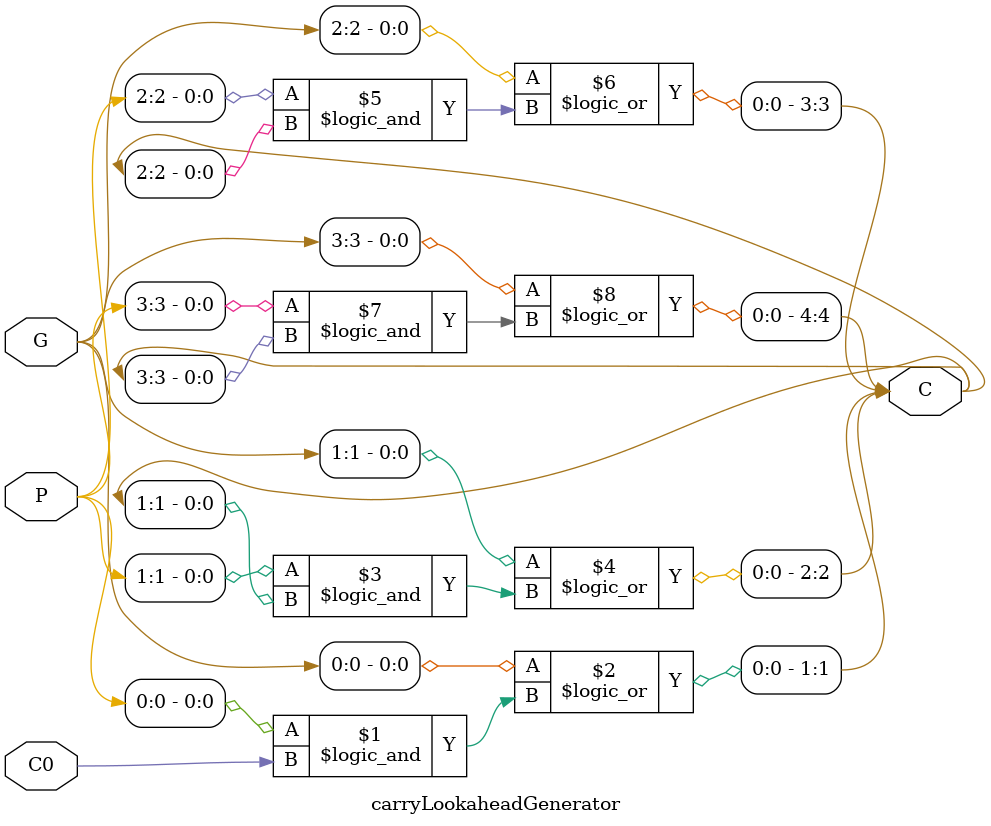
<source format=v>
module carryLookaheadGenerator(output [4:1]C, input [3:0]P, G, input C0);

assign C[1] = G[0]||(P[0]&&C0);
assign C[2] = G[1]||(P[1]&&C[1]);
assign C[3] = G[2]||(P[2]&&C[2]);
assign C[4] = G[3]||(P[3]&&C[3]);

endmodule

</source>
